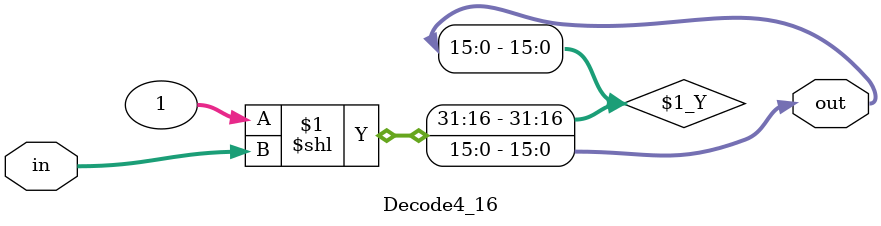
<source format=sv>
module Decode4_16(out, in);
	input[3:0] in;
	output[15:0] out;
	
	wire [3:0] in;
	reg [15:0] out;

	assign out = (1<<in);
endmodule


</source>
